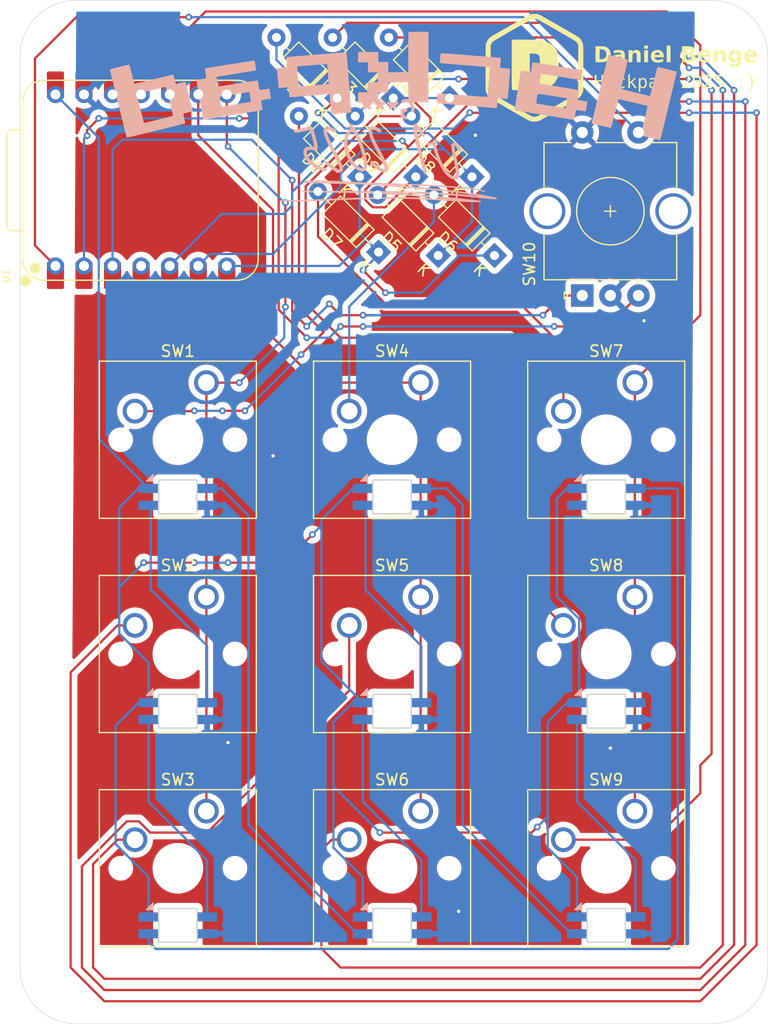
<source format=kicad_pcb>
(kicad_pcb (version 20240108) (generator "pcbnew") (generator_version "8.0")
  (title_block (title "Daniel's Hackpad") (date "2025-02-14") (rev "1.0"))
  (layers (0 "F.Cu" signal) (31 "B.Cu" signal) (34 "B.Paste" user) (35 "F.Paste" user) (36 "B.SilkS" user "B.Silkscreen") (37 "F.SilkS" user "F.Silkscreen") (38 "B.Mask" user) (39 "F.Mask" user) (44 "Edge.Cuts" user))
  (net 0 "")
  (net 1 "Net-(D10-DIN)")
  (net 2 "Ground")
  (net 3 "5V")
  (net 4 "Net-(D10-DOUT)")
  (net 5 "Net-(D11-DOUT)")
  (net 6 "Net-(D12-DOUT)")
  (net 7 "Net-(D13-DOUT)")
  (net 8 "Net-(D14-DOUT)")
  (net 9 "Net-(D15-DOUT)")
  (net 10 "Net-(D16-DOUT)")
  (net 13 "Net-(D1-A)")
  (net 14 "Row 0")
  (net 15 "Row 1")
  (net 16 "Net-(D2-A)")
  (net 17 "Row 2")
  (net 18 "Net-(D3-A)")
  (net 19 "Net-(D4-A)")
  (net 20 "Net-(D5-A)")
  (net 21 "Net-(D6-A)")
  (net 22 "Net-(D7-A)")
  (net 23 "Net-(D8-A)")
  (net 24 "Net-(D9-A)")
  (net 25 "Column 0")
  (net 26 "Column 1")
  (net 27 "Column 2")
  (net 28 "Pin 1")
  (net 29 "Pin 2")
  (net 30 "Pin 3")
  (net 31 "LED Data")
  (footprint "Diode_THT:D_DO-35_SOD27_P7.62mm_Horizontal" (layer "F.Cu") (at 88.388154 51.388154 135)
    (property "Reference" "D7")
    (property "Value" "D")
  )
  (footprint "HackpadLibrary:personal-logo" (layer "F.Cu") (at 102.25 35)
    (property "Reference" "G***" (hide yes))
    (property "Value" "LOGO" (hide yes))
  )
  (footprint "Button_Switch_Keyboard:SW_Cherry_MX_1.00u_PCB" (layer "F.Cu") (at 73.075 82.0425)
    (property "Reference" "SW2")
    (property "Value" "SW_Push" (hide yes))
  )
  (footprint "Button_Switch_Keyboard:SW_Cherry_MX_1.00u_PCB" (layer "F.Cu") (at 111.175 82.0425)
    (property "Reference" "SW8")
    (property "Value" "SW_Push" (hide yes))
  )
  (footprint "Button_Switch_Keyboard:SW_Cherry_MX_1.00u_PCB" (layer "F.Cu") (at 111.175 101.0925)
    (property "Reference" "SW9")
    (property "Value" "SW_Push" (hide yes))
  )
  (footprint "Button_Switch_Keyboard:SW_Cherry_MX_1.00u_PCB" (layer "F.Cu") (at 92.125 101.0925)
    (property "Reference" "SW6")
    (property "Value" "SW_Push" (hide yes))
  )
  (footprint "Button_Switch_Keyboard:SW_Cherry_MX_1.00u_PCB" (layer "F.Cu") (at 92.125 62.9925)
    (property "Reference" "SW4")
    (property "Value" "SW_Push" (hide yes))
  )
  (footprint "Diode_THT:D_DO-35_SOD27_P7.62mm_Horizontal" (layer "F.Cu") (at 91.694077 44.694077 135)
    (property "Reference" "D9")
    (property "Value" "D")
  )
  (footprint "Diode_THT:D_DO-35_SOD27_P7.62mm_Horizontal" (layer "F.Cu") (at 94.694077 37.694077 135)
    (property "Reference" "D4")
    (property "Value" "D")
  )
  (footprint "Diode_THT:D_DO-35_SOD27_P7.62mm_Horizontal" (layer "F.Cu") (at 86.694077 44.694077 135)
    (property "Reference" "D1")
    (property "Value" "D")
  )
  (footprint "Button_Switch_Keyboard:SW_Cherry_MX_1.00u_PCB" (layer "F.Cu") (at 111.175 62.9925)
    (property "Reference" "SW7")
    (property "Value" "SW_Push" (hide yes))
  )
  (footprint "Button_Switch_Keyboard:SW_Cherry_MX_1.00u_PCB" (layer "F.Cu") (at 92.125 82.0425)
    (property "Reference" "SW5")
    (property "Value" "SW_Push" (hide yes))
  )
  (footprint "Diode_THT:D_DO-35_SOD27_P7.62mm_Horizontal" (layer "F.Cu") (at 98.694077 51.694077 135)
    (property "Reference" "D6")
    (property "Value" "D")
  )
  (footprint "Rotary_Encoder:RotaryEncoder_Alps_EC11E-Switch_Vertical_H20mm_CircularMountingHoles" (layer "F.Cu") (at 106.5 55.25 90)
    (property "Reference" "SW10")
    (property "Value" "RotaryEncoder_Switch" (hide yes))
  )
  (footprint "Diode_THT:D_DO-35_SOD27_P7.62mm_Horizontal" (layer "F.Cu") (at 96.694077 44.694077 135)
    (property "Reference" "D8")
    (property "Value" "D")
  )
  (footprint "Button_Switch_Keyboard:SW_Cherry_MX_1.00u_PCB" (layer "F.Cu") (at 73.075 101.0925)
    (property "Reference" "SW3")
    (property "Value" "SW_Push" (hide yes))
  )
  (footprint "Seeed Studio XIAO Series Library:XIAO-RP2040-DIP" (layer "F.Cu") (at 67.2685 45 90)
    (property "Reference" "U1")
    (property "Value" "XIAO-RP2040-DIP")
  )
  (footprint "Diode_THT:D_DO-35_SOD27_P7.62mm_Horizontal" (layer "F.Cu") (at 89.694077 37.694077 135)
    (property "Reference" "D3")
    (property "Value" "D")
  )
  (footprint "Diode_THT:D_DO-35_SOD27_P7.62mm_Horizontal" (layer "F.Cu") (at 93.694077 51.694077 135)
    (property "Reference" "D5")
    (property "Value" "D")
  )
  (footprint "Diode_THT:D_DO-35_SOD27_P7.62mm_Horizontal" (layer "F.Cu") (at 84.694077 37.694077 135)
    (property "Reference" "D2")
    (property "Value" "D")
  )
  (footprint "Button_Switch_Keyboard:SW_Cherry_MX_1.00u_PCB" (layer "F.Cu") (at 73.075 62.9925)
    (property "Reference" "SW1")
    (property "Value" "SW_Push" (hide yes))
  )
  (footprint "HackpadLibrary:SK6812MINI-E" (layer "B.Cu") (at 70.535 111.2525 180)
    (property "Reference" "D10" (hide yes))
    (property "Value" "SK6812MINI" (hide yes))
    (fp_line (start 1.7 1.5) (end -1.7 1.5) (stroke (width 0.12)) (layer "Edge.Cuts"))
    (fp_line (start 1.7 -1.5) (end 1.7 1.5) (stroke (width 0.12)) (layer "Edge.Cuts"))
    (fp_line (start -1.7 1.5) (end -1.7 -1.5) (stroke (width 0.12)) (layer "Edge.Cuts"))
    (fp_line (start -1.7 -1.5) (end 1.7 -1.5) (stroke (width 0.12)) (layer "Edge.Cuts"))
  )
  (footprint "HackpadLibrary:SK6812MINI-E" (layer "B.Cu") (at 89.585 73.1525 180)
    (property "Reference" "D15" (hide yes))
    (property "Value" "SK6812MINI" (hide yes))
    (fp_line (start 1.7 1.5) (end -1.7 1.5) (stroke (width 0.12)) (layer "Edge.Cuts"))
    (fp_line (start 1.7 -1.5) (end 1.7 1.5) (stroke (width 0.12)) (layer "Edge.Cuts"))
    (fp_line (start -1.7 1.5) (end -1.7 -1.5) (stroke (width 0.12)) (layer "Edge.Cuts"))
    (fp_line (start -1.7 -1.5) (end 1.7 -1.5) (stroke (width 0.12)) (layer "Edge.Cuts"))
  )
  (footprint "HackpadLibrary:back-silk-art" (layer "B.Cu") (at 89.25 38.75 180)
    (property "Reference" "G***")
    (property "Value" "LOGO" (hide yes))
  )
  (footprint "HackpadLibrary:SK6812MINI-E" (layer "B.Cu") (at 70.535 92.2025 180)
    (property "Reference" "D11" (hide yes))
    (property "Value" "SK6812MINI" (hide yes))
    (fp_line (start 1.7 1.5) (end -1.7 1.5) (stroke (width 0.12)) (layer "Edge.Cuts"))
    (fp_line (start 1.7 -1.5) (end 1.7 1.5) (stroke (width 0.12)) (layer "Edge.Cuts"))
    (fp_line (start -1.7 1.5) (end -1.7 -1.5) (stroke (width 0.12)) (layer "Edge.Cuts"))
    (fp_line (start -1.7 -1.5) (end 1.7 -1.5) (stroke (width 0.12)) (layer "Edge.Cuts"))
  )
  (footprint "HackpadLibrary:SK6812MINI-E" (layer "B.Cu") (at 108.635 73.1525 180)
    (property "Reference" "D19" (hide yes))
    (property "Value" "SK6812MINI" (hide yes))
    (fp_line (start 1.7 1.5) (end -1.7 1.5) (stroke (width 0.12)) (layer "Edge.Cuts"))
    (fp_line (start 1.7 -1.5) (end 1.7 1.5) (stroke (width 0.12)) (layer "Edge.Cuts"))
    (fp_line (start -1.7 1.5) (end -1.7 -1.5) (stroke (width 0.12)) (layer "Edge.Cuts"))
    (fp_line (start -1.7 -1.5) (end 1.7 -1.5) (stroke (width 0.12)) (layer "Edge.Cuts"))
  )
  (footprint "HackpadLibrary:SK6812MINI-E" (layer "B.Cu") (at 70.535 73.1525 180)
    (property "Reference" "D12" (hide yes))
    (property "Value" "SK6812MINI" (hide yes))
    (fp_line (start 1.7 1.5) (end -1.7 1.5) (stroke (width 0.12)) (layer "Edge.Cuts"))
    (fp_line (start 1.7 -1.5) (end 1.7 1.5) (stroke (width 0.12)) (layer "Edge.Cuts"))
    (fp_line (start -1.7 1.5) (end -1.7 -1.5) (stroke (width 0.12)) (layer "Edge.Cuts"))
    (fp_line (start -1.7 -1.5) (end 1.7 -1.5) (stroke (width 0.12)) (layer "Edge.Cuts"))
  )
  (footprint "HackpadLibrary:SK6812MINI-E" (layer "B.Cu") (at 108.635 92.2025 180)
    (property "Reference" "D17" (hide yes))
    (property "Value" "SK6812MINI" (hide yes))
    (fp_line (start 1.7 1.5) (end -1.7 1.5) (stroke (width 0.12)) (layer "Edge.Cuts"))
    (fp_line (start 1.7 -1.5) (end 1.7 1.5) (stroke (width 0.12)) (layer "Edge.Cuts"))
    (fp_line (start -1.7 1.5) (end -1.7 -1.5) (stroke (width 0.12)) (layer "Edge.Cuts"))
    (fp_line (start -1.7 -1.5) (end 1.7 -1.5) (stroke (width 0.12)) (layer "Edge.Cuts"))
  )
  (footprint "HackpadLibrary:SK6812MINI-E" (layer "B.Cu") (at 89.585 92.2025 180)
    (property "Reference" "D14" (hide yes))
    (property "Value" "SK6812MINI" (hide yes))
    (fp_line (start 1.7 1.5) (end -1.7 1.5) (stroke (width 0.12)) (layer "Edge.Cuts"))
    (fp_line (start 1.7 -1.5) (end 1.7 1.5) (stroke (width 0.12)) (layer "Edge.Cuts"))
    (fp_line (start -1.7 1.5) (end -1.7 -1.5) (stroke (width 0.12)) (layer "Edge.Cuts"))
    (fp_line (start -1.7 -1.5) (end 1.7 -1.5) (stroke (width 0.12)) (layer "Edge.Cuts"))
  )
  (footprint "HackpadLibrary:SK6812MINI-E" (layer "B.Cu") (at 89.585 111.2525 180)
    (property "Reference" "D13" (hide yes))
    (property "Value" "SK6812MINI" (hide yes))
    (fp_line (start 1.7 1.5) (end -1.7 1.5) (stroke (width 0.12)) (layer "Edge.Cuts"))
    (fp_line (start 1.7 -1.5) (end 1.7 1.5) (stroke (width 0.12)) (layer "Edge.Cuts"))
    (fp_line (start -1.7 1.5) (end -1.7 -1.5) (stroke (width 0.12)) (layer "Edge.Cuts"))
    (fp_line (start -1.7 -1.5) (end 1.7 -1.5) (stroke (width 0.12)) (layer "Edge.Cuts"))
  )
  (footprint "HackpadLibrary:SK6812MINI-E" (layer "B.Cu") (at 108.635 111.2525 180)
    (property "Reference" "D16" (hide yes))
    (property "Value" "SK6812MINI" (hide yes))
    (fp_line (start 1.7 1.5) (end -1.7 1.5) (stroke (width 0.12)) (layer "Edge.Cuts"))
    (fp_line (start 1.7 -1.5) (end 1.7 1.5) (stroke (width 0.12)) (layer "Edge.Cuts"))
    (fp_line (start -1.7 1.5) (end -1.7 -1.5) (stroke (width 0.12)) (layer "Edge.Cuts"))
    (fp_line (start -1.7 -1.5) (end 1.7 -1.5) (stroke (width 0.12)) (layer "Edge.Cuts"))
  )
  (gr_arc (start 123 115) (mid 121.535534 118.535534) (end 118 120) (stroke (width 0.05)) (layer "Edge.Cuts"))
  (gr_line (start 123 34) (end 123 115) (stroke (width 0.05)) (layer "Edge.Cuts"))
  (gr_line (start 61.5 29) (end 118 29) (stroke (width 0.05)) (layer "Edge.Cuts"))
  (gr_line (start 61.5 120) (end 118 120) (stroke (width 0.05)) (layer "Edge.Cuts"))
  (gr_arc (start 56.5 34) (mid 57.964466 30.464466) (end 61.5 29) (stroke (width 0.05)) (layer "Edge.Cuts"))
  (gr_arc (start 61.5 120) (mid 57.964466 118.535534) (end 56.5 115) (stroke (width 0.05)) (layer "Edge.Cuts"))
  (gr_line (start 56.5 115) (end 56.5 34) (stroke (width 0.05)) (layer "Edge.Cuts"))
  (gr_arc (start 118 29) (mid 121.535534 30.464466) (end 123 34) (stroke (width 0.05)) (layer "Edge.Cuts"))
  (gr_text "Daniel Benge" (at 107.5 34.75 0) (layer "F.SilkS") (effects (font (size 1.4 1.4) (thickness 0.25)) (justify left bottom)))
  (gr_text "Hackpad 2025 :)" (at 107.5 37 0) (layer "F.SilkS") (effects (font (size 1.15 1.15)) (justify left bottom)))
  (segment (start 115 72.5) (end 114.9025 72.4025) (width 0.2) (layer "B.Cu") (net 1))
  (segment (start 114.1475 113.3525) (end 115 112.5) (width 0.2) (layer "B.Cu") (net 1))
  (segment (start 114.9025 72.4025) (end 111.235 72.4025) (width 0.2) (layer "B.Cu") (net 1))
  (segment (start 115 112.5) (end 115 72.5) (width 0.2) (layer "B.Cu") (net 1))
  (segment (start 68.586472 113.3525) (end 114.1475 113.3525) (width 0.2) (layer "B.Cu") (net 1))
  (segment (start 67.935 112.701028) (end 68.586472 113.3525) (width 0.2) (layer "B.Cu") (net 1))
  (segment (start 67.935 112.0025) (end 67.935 112.701028) (width 0.2) (layer "B.Cu") (net 1))
  (via (at 75 95) (size 0.6) (drill 0.3) (layers "F.Cu" "B.Cu") (net 2))
  (via (at 79 69.5) (size 0.6) (drill 0.3) (layers "F.Cu" "B.Cu") (net 2))
  (via (at 112 57.5) (size 0.6) (drill 0.3) (layers "F.Cu" "B.Cu") (net 2))
  (via (at 97 41) (size 0.6) (drill 0.3) (layers "F.Cu" "B.Cu") (net 2))
  (via (at 95.5 110) (size 0.6) (drill 0.3) (layers "F.Cu" "B.Cu") (net 2))
  (via (at 109 95.5) (size 0.6) (drill 0.3) (layers "F.Cu" "B.Cu") (net 2))
  (segment (start 75 79) (end 80 79) (width 0.2) (layer "F.Cu") (net 3))
  (segment (start 67.5 79) (end 72 79) (width 0.2) (layer "F.Cu") (net 3))
  (segment (start 80 79) (end 82.5 76.5) (width 0.2) (layer "F.Cu") (net 3))
  (segment (start 102 103) (end 102.5 102.5) (width 0.2) (layer "F.Cu") (net 3))
  (segment (start 88.5 103) (end 102 103) (width 0.2) (layer "F.Cu") (net 3))
  (via (at 88.5 103) (size 0.6) (drill 0.3) (layers "F.Cu" "B.Cu") (net 3))
  (via (at 72 79) (size 0.6) (drill 0.3) (layers "F.Cu" "B.Cu") (net 3))
  (via (at 67.5 79) (size 0.6) (drill 0.3) (layers "F.Cu" "B.Cu") (net 3))
  (via (at 102.5 102.5) (size 0.6) (drill 0.3) (layers "F.Cu" "B.Cu") (net 3))
  (via (at 82.5 76.5) (size 0.6) (drill 0.3) (layers "F.Cu" "B.Cu") (net 3))
  (via (at 75 79) (size 0.6) (drill 0.3) (layers "F.Cu" "B.Cu") (net 3))
  (segment (start 65 104.020444) (end 67.935 106.955444) (width 0.2) (layer "B.Cu") (net 3))
  (segment (start 72 79) (end 75 79) (width 0.2) (layer "B.Cu") (net 3))
  (segment (start 65.325 74.1125) (end 65.325 83) (width 0.2) (layer "B.Cu") (net 3))
  (segment (start 67.035 72.4025) (end 65.325 74.1125) (width 0.2) (layer "B.Cu") (net 3))
  (segment (start 106.035 91.4525) (end 105.135 91.4525) (width 0.2) (layer "B.Cu") (net 3))
  (segment (start 105.135 72.4025) (end 104.245101 73.292399) (width 0.2) (layer "B.Cu") (net 3))
  (segment (start 86.085 72.4025) (end 83.305 75.1825) (width 0.2) (layer "B.Cu") (net 3))
  (segment (start 102.5 102.5) (end 103.425 101.575) (width 0.2) (layer "B.Cu") (net 3))
  (segment (start 63.5 67.9675) (end 63.5 41.2315) (width 0.2) (layer "B.Cu") (net 3))
  (segment (start 103.425 101) (end 103.425 104.345444) (width 0.2) (layer "B.Cu") (net 3))
  (segment (start 106.225 91.2625) (end 106.035 91.4525) (width 0.2) (layer "B.Cu") (net 3))
  (segment (start 84.375 93.1625) (end 84.375 96.5) (width 0.2) (layer "B.Cu") (net 3))
  (segment (start 67.935 91.4525) (end 67.035 91.4525) (width 0.2) (layer "B.Cu") (net 3))
  (segment (start 83.305 87.7725) (end 86.985 91.4525) (width 0.2) (layer "B.Cu") (net 3))
  (segment (start 86.985 72.4025) (end 86.085 72.4025) (width 0.2) (layer "B.Cu") (net 3))
  (segment (start 65.325 83) (end 65.325 81.175) (width 0.2) (layer "B.Cu") (net 3))
  (segment (start 67.935 72.4025) (end 63.5 67.9675) (width 0.2) (layer "B.Cu") (net 3))
  (segment (start 103.425 93.1625) (end 103.425 101) (width 0.2) (layer "B.Cu") (net 3))
  (segment (start 67.035 91.4525) (end 65 93.4875) (width 0.2) (layer "B.Cu") (net 3))
  (segment (start 86.085 91.4525) (end 84.375 93.1625) (width 0.2) (layer "B.Cu") (net 3))
  (segment (start 84.375 98.875) (end 88.5 103) (width 0.2) (layer "B.Cu") (net 3))
  (segment (start 82.5 76.5) (end 83.305 75.695) (width 0.2) (layer "B.Cu") (net 3))
  (segment (start 103.425 104.345444) (end 106.035 106.955444) (width 0.2) (layer "B.Cu") (net 3))
  (segment (start 65.325 85.295444) (end 67.935 87.905444) (width 0.2) (layer "B.Cu") (net 3))
  (segment (start 66.735 72.7025) (end 67.035 72.4025) (width 0.2) (layer "B.Cu") (net 3))
  (segment (start 104.245101 73.292399) (end 104.245101 82.022702) (width 0.2) (layer "B.Cu") (net 3))
  (segment (start 84.375 104.345444) (end 86.985 106.955444) (width 0.2) (layer "B.Cu") (net 3))
  (segment (start 86.985 106.955444) (end 86.985 110.5025) (width 0.2) (layer "B.Cu") (net 3))
  (segment (start 67.935 87.905444) (end 67.935 91.4525) (width 0.2) (layer "B.Cu") (net 3))
  (segment (start 105.135 91.4525) (end 103.425 93.1625) (width 0.2) (layer "B.Cu") (net 3))
  (segment (start 67.935 106.955444) (end 67.935 110.5025) (width 0.2) (layer "B.Cu") (net 3))
  (segment (start 63.5 41.2315) (end 59.6485 37.38) (width 0.2) (layer "B.Cu") (net 3))
  (segment (start 67.935 72.4025) (end 67.035 72.4025) (width 0.2) (layer "B.Cu") (net 3))
  (segment (start 83.305 75.695) (end 83.305 75.1825) (width 0.2) (layer "B.Cu") (net 3))
  (segment (start 84.375 96.5) (end 84.375 104.345444) (width 0.2) (layer "B.Cu") (net 3))
  (segment (start 103.425 101.575) (end 103.425 101) (width 0.2) (layer "B.Cu") (net 3))
  (segment (start 65 93.4875) (end 65 104.020444) (width 0.2) (layer "B.Cu") (net 3))
  (segment (start 85.785 72.7025) (end 86.085 72.4025) (width 0.2) (layer "B.Cu") (net 3))
  (segment (start 106.225 84.002601) (end 106.225 91.2625) (width 0.2) (layer "B.Cu") (net 3))
  (segment (start 106.035 72.4025) (end 105.135 72.4025) (width 0.2) (layer "B.Cu") (net 3))
  (segment (start 86.985 91.4525) (end 86.085 91.4525) (width 0.2) (layer "B.Cu") (net 3))
  (segment (start 106.035 106.955444) (end 106.035 110.5025) (width 0.2) (layer "B.Cu") (net 3))
  (segment (start 104.245101 82.022702) (end 106.225 84.002601) (width 0.2) (layer "B.Cu") (net 3))
  (segment (start 83.305 75.1825) (end 83.305 87.7725) (width 0.2) (layer "B.Cu") (net 3))
  (segment (start 65.325 83) (end 65.325 85.295444) (width 0.2) (layer "B.Cu") (net 3))
  (segment (start 65.325 81.175) (end 67.5 79) (width 0.2) (layer "B.Cu") (net 3))
  (segment (start 84.375 96.5) (end 84.375 98.875) (width 0.2) (layer "B.Cu") (net 3))
  (segment (start 73.135 105.449098) (end 73.135 110.5025) (width 0.2) (layer "B.Cu") (net 4))
  (segment (start 67.935 92.9525) (end 67.935 100.249098) (width 0.2) (layer "B.Cu") (net 4))
  (segment (start 67.935 100.249098) (end 73.135 105.449098) (width 0.2) (layer "B.Cu") (net 4))
  (segment (start 67.935 73.9025) (end 68.125 74.0925) (width 0.2) (layer "B.Cu") (net 5))
  (segment (start 68.125 74.0925) (end 68.125 81.389098) (width 0.2) (layer "B.Cu") (net 5))
  (segment (start 68.125 81.389098) (end 73.135 86.399098) (width 0.2) (layer "B.Cu") (net 5))
  (segment (start 73.135 86.399098) (end 73.135 91.4525) (width 0.2) (layer "B.Cu") (net 5))
  (segment (start 76.815 102.3225) (end 76.815 74.815) (width 0.2) (layer "B.Cu") (net 6))
  (segment (start 74.4025 72.4025) (end 73.135 72.4025) (width 0.2) (layer "B.Cu") (net 6))
  (segment (start 86.495 112.0025) (end 76.815 102.3225) (width 0.2) (layer "B.Cu") (net 6))
  (segment (start 76.815 74.815) (end 74.4025 72.4025) (width 0.2) (layer "B.Cu") (net 6))
  (segment (start 86.985 112.0025) (end 86.495 112.0025) (width 0.2) (layer "B.Cu") (net 6))
  (segment (start 86.985 100.249098) (end 92.185 105.449098) (width 0.2) (layer "B.Cu") (net 7))
  (segment (start 86.985 92.9525) (end 86.985 100.249098) (width 0.2) (layer "B.Cu") (net 7))
  (segment (start 92.185 105.449098) (end 92.185 110.5025) (width 0.2) (layer "B.Cu") (net 7))
  (segment (start 86.985 73.9025) (end 87.235 74.1525) (width 0.2) (layer "B.Cu") (net 8))
  (segment (start 87.235 74.1525) (end 87.235 81.449098) (width 0.2) (layer "B.Cu") (net 8))
  (segment (start 87.235 81.449098) (end 92.185 86.399098) (width 0.2) (layer "B.Cu") (net 8))
  (segment (start 92.185 86.399098) (end 92.185 91.4525) (width 0.2) (layer "B.Cu") (net 8))
  (segment (start 94.4025 72.4025) (end 95.865 73.865) (width 0.2) (layer "B.Cu") (net 9))
  (segment (start 95.865 73.865) (end 95.865 102.3225) (width 0.2) (layer "B.Cu") (net 9))
  (segment (start 95.865 102.3225) (end 105.545 112.0025) (width 0.2) (layer "B.Cu") (net 9))
  (segment (start 106.035 112.0025) (end 106.0025 112.0025) (width 0.2) (layer "B.Cu") (net 9))
  (segment (start 106.0025 112.0025) (end 106 112) (width 0.2) (layer "B.Cu") (net 9))
  (segment (start 105.545 112.0025) (end 106.035 112.0025) (width 0.2) (layer "B.Cu") (net 9))
  (segment (start 92.185 72.4025) (end 94.4025 72.4025) (width 0.2) (layer "B.Cu") (net 9))
  (segment (start 106.035 92.9525) (end 106.035 100.249098) (width 0.2) (layer "B.Cu") (net 10))
  (segment (start 111.235 105.449098) (end 111.235 110.5025) (width 0.2) (layer "B.Cu") (net 10))
  (segment (start 106.035 100.249098) (end 111.235 105.449098) (width 0.2) (layer "B.Cu") (net 10))
  (segment (start 71.9675 65.5325) (end 72 65.5) (width 0.2) (layer "F.Cu") (net 13))
  (segment (start 66.725 65.5325) (end 71.9675 65.5325) (width 0.2) (layer "F.Cu") (net 13))
  (segment (start 76.5 65.5) (end 74.5 65.5) (width 0.2) (layer "F.Cu") (net 13))
  (segment (start 83.5 58.5) (end 81.305923 56.305923) (width 0.2) (layer "F.Cu") (net 13))
  (segment (start 81.305923 56.305923) (end 81.305923 39.305923) (width 0.2) (layer "F.Cu") (net 13))
  (segment (start 81.5 60.5) (end 83.5 58.5) (width 0.2) (layer "F.Cu") (net 13))
  (via (at 72 65.5) (size 0.6) (drill 0.3) (layers "F.Cu" "B.Cu") (net 13))
  (via (at 74.5 65.5) (size 0.6) (drill 0.3) (layers "F.Cu" "B.Cu") (net 13))
  (via (at 76.5 65.5) (size 0.6) (drill 0.3) (layers "F.Cu" "B.Cu") (net 13))
  (via (at 81.5 60.5) (size 0.6) (drill 0.3) (layers "F.Cu" "B.Cu") (net 13))
  (segment (start 72 65.5) (end 74 65.5) (width 0.2) (layer "B.Cu") (net 13))
  (segment (start 76.5 65.5) (end 81.5 60.5) (width 0.2) (layer "B.Cu") (net 13))
  (segment (start 81.348529 60.5) (end 81.5 60.5) (width 0.2) (layer "B.Cu") (net 13))
  (segment (start 74 65.5) (end 74.5 65.5) (width 0.2) (layer "B.Cu") (net 13))
  (segment (start 81.305923 60.542606) (end 81.348529 60.5) (width 0.2) (layer "B.Cu") (net 13))
  (segment (start 89 55) (end 87 53) (width 0.2) (layer "F.Cu") (net 14))
  (via (at 87 53) (size 0.6) (drill 0.3) (layers "F.Cu" "B.Cu") (net 14))
  (via (at 89 55) (size 0.6) (drill 0.3) (layers "F.Cu" "B.Cu") (net 14))
  (segment (start 86.694077 49.694077) (end 86.694077 44.694077) (width 0.2) (layer "B.Cu") (net 14))
  (segment (start 87 53) (end 88.388154 51.611846) (width 0.2) (layer "B.Cu") (net 14))
  (segment (start 98.694077 51.694077) (end 95.532556 51.694077) (width 0.2) (layer "B.Cu") (net 14))
  (segment (start 84.88 52.62) (end 87.25 50.25) (width 0.2) (layer "B.Cu") (net 14))
  (segment (start 87.25 50.25) (end 86.694077 49.694077) (width 0.2) (layer "B.Cu") (net 14))
  (segment (start 92.226633 55) (end 89 55) (width 0.2) (layer "B.Cu") (net 14))
  (segment (start 88.388154 51.388154) (end 87.25 50.25) (width 0.2) (layer "B.Cu") (net 14))
  (segment (start 95.532556 51.694077) (end 92.226633 55) (width 0.2) (layer "B.Cu") (net 14))
  (segment (start 74.8885 52.62) (end 84.88 52.62) (width 0.2) (layer "B.Cu") (net 14))
  (segment (start 88.388154 51.611846) (end 88.388154 51.388154) (width 0.2) (layer "B.Cu") (net 14))
  (segment (start 83 39) (end 83.388154 39) (width 0.2) (layer "F.Cu") (net 15))
  (segment (start 83.388154 39) (end 84.694077 37.694077) (width 0.2) (layer "F.Cu") (net 15))
  (via (at 83 39) (size 0.6) (drill 0.3) (layers "F.Cu" "B.Cu") (net 15))
  (segment (start 78.997635 51.558) (end 85 45.555635) (width 0.2) (layer "B.Cu") (net 15))
  (segment (start 93.694077 51.694077) (end 96.694077 48.694077) (width 0.2) (layer "B.Cu") (net 15))
  (segment (start 85 45.555635) (end 85 44.3) (width 0.2) (layer "B.Cu") (net 15))
  (segment (start 73.4105 51.558) (end 78.997635 51.558) (width 0.2) (layer "B.Cu") (net 15))
  (segment (start 72.3485 52.62) (end 73.4105 51.558) (width 0.2) (layer "B.Cu") (net 15))
  (segment (start 84.805923 40.805923) (end 83 39) (width 0.2) (layer "B.Cu") (net 15))
  (segment (start 85 44.3) (end 87.05 42.25) (width 0.2) (layer "B.Cu") (net 15))
  (segment (start 87.05 42.25) (end 94.25 42.25) (width 0.2) (layer "B.Cu") (net 15))
  (segment (start 92.805923 40.805923) (end 84.805923 40.805923) (width 0.2) (layer "B.Cu") (net 15))
  (segment (start 96.694077 44.694077) (end 94.25 42.25) (width 0.2) (layer "B.Cu") (net 15))
  (segment (start 94.25 42.25) (end 92.805923 40.805923) (width 0.2) (layer "B.Cu") (net 15))
  (segment (start 96.694077 48.694077) (end 96.694077 44.694077) (width 0.2) (layer "B.Cu") (net 15))
  (segment (start 61 88.751866) (end 61 115) (width 0.2) (layer "F.Cu") (net 16))
  (segment (start 64 118) (end 117 118) (width 0.2) (layer "F.Cu") (net 16))
  (segment (start 116 39) (end 96.5 39) (width 0.2) (layer "F.Cu") (net 16))
  (segment (start 117 118) (end 122 113) (width 0.2) (layer "F.Cu") (net 16))
  (segment (start 61 115) (end 64 118) (width 0.2) (layer "F.Cu") (net 16))
  (segment (start 65.169366 84.5825) (end 61 88.751866) (width 0.2) (layer "F.Cu") (net 16))
  (segment (start 122 113) (end 122 39) (width 0.2) (layer "F.Cu") (net 16))
  (segment (start 66.725 84.5825) (end 65.169366 84.5825) (width 0.2) (layer "F.Cu") (net 16))
  (via (at 116 39) (size 0.6) (drill 0.3) (layers "F.Cu" "B.Cu") (net 16))
  (via (at 96.5 39) (size 0.6) (drill 0.3) (layers "F.Cu" "B.Cu") (net 16))
  (via (at 122 39) (size 0.6) (drill 0.3) (layers "F.Cu" "B.Cu") (net 16))
  (segment (start 79.305923 34.305923) (end 79.305923 32.305923) (width 0.2) (layer "B.Cu") (net 16))
  (segment (start 122 39) (end 121.874552 39.125448) (width 0.2) (layer "B.Cu") (net 16))
  (segment (start 122 39) (end 116 39) (width 0.2) (layer "B.Cu") (net 16))
  (segment (start 96.5 39) (end 95.094077 40.405923) (width 0.2) (layer "B.Cu") (net 16))
  (segment (start 85.405923 40.405923) (end 79.305923 34.305923) (width 0.2) (layer "B.Cu") (net 16))
  (segment (start 95.094077 40.405923) (end 85.405923 40.405923) (width 0.2) (layer "B.Cu") (net 16))
  (segment (start 87.205923 45.850288) (end 87.205923 46.761558) (width 0.2) (layer "F.Cu") (net 17))
  (segment (start 89.694077 37.694077) (end 91.249712 37.694077) (width 0.2) (layer "F.Cu") (net 17))
  (segment (start 90.5 41.5) (end 91.028106 42.028106) (width 0.2) (layer "F.Cu") (net 17))
  (segment (start 93 39.444365) (end 93 40.056211) (width 0.2) (layer "F.Cu") (net 17))
  (segment (start 93 40.056211) (end 91.028106 42.028106) (width 0.2) (layer "F.Cu") (net 17))
  (segment (start 91.028106 42.028106) (end 87.205923 45.850288) (width 0.2) (layer "F.Cu") (net 17))
  (segment (start 88.982231 47.405923) (end 91.694077 44.694077) (width 0.2) (layer "F.Cu") (net 17))
  (segment (start 87.205923 46.761558) (end 87.850288 47.405923) (width 0.2) (layer "F.Cu") (net 17))
  (segment (start 87.850288 47.405923) (end 88.982231 47.405923) (width 0.2) (layer "F.Cu") (net 17))
  (segment (start 91.249712 37.694077) (end 93 39.444365) (width 0.2) (layer "F.Cu") (net 17))
  (via (at 90.5 41.5) (size 0.6) (drill 0.3) (layers "F.Cu" "B.Cu") (net 17))
  (segment (start 94.694077 37.694077) (end 89.694077 37.694077) (width 0.2) (layer "B.Cu") (net 17))
  (segment (start 85.248529 41.5) (end 90.5 41.5) (width 0.2) (layer "B.Cu") (net 17))
  (segment (start 80.7 46.048529) (end 85.248529 41.5) (width 0.2) (layer "B.Cu") (net 17))
  (segment (start 74.4285 48) (end 79.948529 48) (width 0.2) (layer "B.Cu") (net 17))
  (segment (start 80.7 47.248529) (end 80.7 46.048529) (width 0.2) (layer "B.Cu") (net 17))
  (segment (start 79.948529 48) (end 80.7 47.248529) (width 0.2) (layer "B.Cu") (net 17))
  (segment (start 69.8085 52.62) (end 74.4285 48) (width 0.2) (layer "B.Cu") (net 17))
  (segment (start 116 34) (end 113 31) (width 0.2) (layer "F.Cu") (net 18))
  (segment (start 63 115) (end 64 116) (width 0.2) (layer "F.Cu") (net 18))
  (segment (start 117 116) (end 120 113) (width 0.2) (layer "F.Cu") (net 18))
  (segment (start 120 113) (end 120 37) (width 0.2) (layer "F.Cu") (net 18))
  (segment (start 67 116) (end 117 116) (width 0.2) (layer "F.Cu") (net 18))
  (segment (start 66.725 103.6325) (end 65.169366 103.6325) (width 0.2) (layer "F.Cu") (net 18))
  (segment (start 85.611846 31) (end 84.305923 32.305923) (width 0.2) (layer "F.Cu") (net 18))
  (segment (start 63 105.801866) (end 63 108) (width 0.2) (layer "F.Cu") (net 18))
  (segment (start 65.169366 103.6325) (end 63 105.801866) (width 0.2) (layer "F.Cu") (net 18))
  (segment (start 63 108) (end 63 115) (width 0.2) (layer "F.Cu") (net 18))
  (segment (start 113 31) (end 85.611846 31) (width 0.2) (layer "F.Cu") (net 18))
  (segment (start 64 116) (end 67 116) (width 0.2) (layer "F.Cu") (net 18))
  (via (at 116 34) (size 0.6) (drill 0.3) (layers "F.Cu" "B.Cu") (net 18))
  (via (at 120 37) (size 0.6) (drill 0.3) (layers "F.Cu" "B.Cu") (net 18))
  (segment (start 117 34) (end 116 34) (width 0.2) (layer "B.Cu") (net 18))
  (segment (start 120 37) (end 117 34) (width 0.2) (layer "B.Cu") (net 18))
  (segment (start 119 113) (end 119 37) (width 0.2) (layer "F.Cu") (net 19))
  (segment (start 116 35) (end 113.305923 32.305923) (width 0.2) (layer "F.Cu") (net 19))
  (segment (start 83.305 104.546866) (end 83.305 113.305) (width 0.2) (layer "F.Cu") (net 19))
  (segment (start 117 115) (end 119 113) (width 0.2) (layer "F.Cu") (net 19))
  (segment (start 85.775 103.6325) (end 84.219366 103.6325) (width 0.2) (layer "F.Cu") (net 19))
  (segment (start 84.219366 103.6325) (end 83.305 104.546866) (width 0.2) (layer "F.Cu") (net 19))
  (segment (start 85 115) (end 117 115) (width 0.2) (layer "F.Cu") (net 19))
  (segment (start 83.305 113.305) (end 85 115) (width 0.2) (layer "F.Cu") (net 19))
  (segment (start 113.305923 32.305923) (end 89.305923 32.305923) (width 0.2) (layer "F.Cu") (net 19))
  (via (at 116 35) (size 0.6) (drill 0.3) (layers "F.Cu" "B.Cu") (net 19))
  (via (at 119 37) (size 0.6) (drill 0.3) (layers "F.Cu" "B.Cu") (net 19))
  (segment (start 117 35) (end 116 35) (width 0.2) (layer "B.Cu") (net 19))
  (segment (start 119 37) (end 117 35) (width 0.2) (layer "B.Cu") (net 19))
  (segment (start 117 117) (end 121 113) (width 0.2) (layer "F.Cu") (net 20))
  (segment (start 85.775 90.372399) (end 73.147399 103) (width 0.2) (layer "F.Cu") (net 20))
  (segment (start 62 106) (end 62 115) (width 0.2) (layer "F.Cu") (net 20))
  (segment (start 116 38) (end 96.611846 38) (width 0.2) (layer "F.Cu") (net 20))
  (segment (start 68.072399 103) (end 67.072399 102) (width 0.2) (layer "F.Cu") (net 20))
  (segment (start 66 102) (end 62 106) (width 0.2) (layer "F.Cu") (net 20))
  (segment (start 73.147399 103) (end 68.072399 103) (width 0.2) (layer "F.Cu") (net 20))
  (segment (start 85.775 84.5825) (end 85.775 90.372399) (width 0.2) (layer "F.Cu") (net 20))
  (segment (start 121 113) (end 121 38) (width 0.2) (layer "F.Cu") (net 20))
  (segment (start 64 117) (end 117 117) (width 0.2) (layer "F.Cu") (net 20))
  (segment (start 67.072399 102) (end 66 102) (width 0.2) (layer "F.Cu") (net 20))
  (segment (start 96.611846 38) (end 88.305923 46.305923) (width 0.2) (layer "F.Cu") (net 20))
  (segment (start 62 115) (end 64 117) (width 0.2) (layer "F.Cu") (net 20))
  (via (at 121 38) (size 0.6) (drill 0.3) (layers "F.Cu" "B.Cu") (net 20))
  (via (at 116 38) (size 0.6) (drill 0.3) (layers "F.Cu" "B.Cu") (net 20))
  (segment (start 121 38) (end 116 38) (width 0.2) (layer "B.Cu") (net 20))
  (segment (start 93.305923 48.694077) (end 93.305923 46.305923) (width 0.2) (layer "B.Cu") (net 21))
  (segment (start 85.775 65.5325) (end 85.775 56.225) (width 0.2) (layer "B.Cu") (net 21))
  (segment (start 85.775 56.225) (end 93.305923 48.694077) (width 0.2) (layer "B.Cu") (net 21))
  (segment (start 101 56) (end 89 56) (width 0.2) (layer "F.Cu") (net 22))
  (segment (start 83 50) (end 83 46) (width 0.2) (layer "F.Cu") (net 22))
  (segment (start 104.825 65.5325) (end 104.825 59.825) (width 0.2) (layer "F.Cu") (net 22))
  (segment (start 104.825 59.825) (end 101 56) (width 0.2) (layer "F.Cu") (net 22))
  (segment (start 89 56) (end 83 50) (width 0.2) (layer "F.Cu") (net 22))
  (segment (start 88.138442 39.305923) (end 91.305923 39.305923) (width 0.2) (layer "F.Cu") (net 23))
  (segment (start 81.9 45.544365) (end 88.138442 39.305923) (width 0.2) (layer "F.Cu") (net 23))
  (segment (start 100 59) (end 85 59) (width 0.2) (layer "F.Cu") (net 23))
  (segment (start 100 79.7575) (end 100 59) (width 0.2) (layer "F.Cu") (net 23))
  (segment (start 104.825 84.5825) (end 100 79.7575) (width 0.2) (layer "F.Cu") (net 23))
  (segment (start 81.9 55.9) (end 81.9 45.544365) (width 0.2) (layer "F.Cu") (net 23))
  (segment (start 85 59) (end 81.9 55.9) (width 0.2) (layer "F.Cu") (net 23))
  (segment (start 117 97) (end 118 96) (width 0.2) (layer "F.Cu") (net 24))
  (segment (start 112.872056 103.6325) (end 117 99.504556) (width 0.2) (layer "F.Cu") (net 24))
  (segment (start 117 99.504556) (end 117 97) (width 0.2) (layer "F.Cu") (net 24))
  (segment (start 116 36) (end 95.5 36) (width 0.2) (layer "F.Cu") (net 24))
  (segment (start 104.825 103.6325) (end 112.872056 103.6325) (width 0.2) (layer "F.Cu") (net 24))
  (segment (start 118 96) (end 118 37) (width 0.2) (layer "F.Cu") (net 24))
  (via (at 95.5 36) (size 0.6) (drill 0.3) (layers "F.Cu" "B.Cu") (net 24))
  (via (at 118 37) (size 0.6) (drill 0.3) (layers "F.Cu" "B.Cu") (net 24))
  (via (at 116 36) (size 0.6) (drill 0.3) (layers "F.Cu" "B.Cu") (net 24))
  (segment (start 117 36) (end 116 36) (width 0.2) (layer "B.Cu") (net 24))
  (segment (start 89.611846 36) (end 86.305923 39.305923) (width 0.2) (layer "B.Cu") (net 24))
  (segment (start 95.5 36) (end 89.611846 36) (width 0.2) (layer "B.Cu") (net 24))
  (segment (start 118 37) (end 117.262706 36.262706) (width 0.2) (layer "B.Cu") (net 24))
  (segment (start 117.262706 36.262706) (end 117 36) (width 0.2) (layer "B.Cu") (net 24))
  (segment (start 74.8885 41.8885) (end 74.8885 37.38) (width 0.2) (layer "F.Cu") (net 25))
  (segment (start 75 42) (end 74.8885 41.8885) (width 0.2) (layer "F.Cu") (net 25))
  (segment (start 73.075 82.0425) (end 73.075 101.0925) (width 0.2) (layer "F.Cu") (net 25))
  (segment (start 76 63) (end 73 63) (width 0.2) (layer "F.Cu") (net 25))
  (segment (start 80.1 47) (end 80.1 56.251472) (width 0.2) (layer "F.Cu") (net 25))
  (segment (start 73 63) (end 73.0075 62.9925) (width 0.2) (layer "F.Cu") (net 25))
  (segment (start 73.075 82.0425) (end 73.075 62.9925) (width 0.2) (layer "F.Cu") (net 25))
  (segment (start 80.1 56.251472) (end 80.105923 56.257395) (width 0.2) (layer "F.Cu") (net 25))
  (segment (start 73.0075 62.9925) (end 73.075 62.9925) (width 0.2) (layer "F.Cu") (net 25))
  (via (at 80.1 47) (size 0.6) (drill 0.3) (layers "F.Cu" "B.Cu") (net 25))
  (via (at 80.105923 56.257395) (size 0.6) (drill 0.3) (layers "F.Cu" "B.Cu") (net 25))
  (via (at 76 63) (size 0.6) (drill 0.3) (layers "F.Cu" "B.Cu") (net 25))
  (via (at 75 42) (size 0.6) (drill 0.3) (layers "F.Cu" "B.Cu") (net 25))
  (segment (start 80 56.363318) (end 80.105923 56.257395) (width 0.2) (layer "B.Cu") (net 25))
  (segment (start 80 47) (end 80.1 47) (width 0.2) (layer "B.Cu") (net 25))
  (segment (start 80 59) (end 80 56.363318) (width 0.2) (layer "B.Cu") (net 25))
  (segment (start 76 63) (end 80 59) (width 0.2) (layer "B.Cu") (net 25))
  (segment (start 80 47) (end 75 42) (width 0.2) (layer "B.Cu") (net 25))
  (segment (start 92.125 62.9925) (end 82.9925 62.9925) (width 0.2) (layer "F.Cu") (net 26))
  (segment (start 79 47.6515) (end 72.3485 41) (width 0.2) (layer "F.Cu") (net 26))
  (segment (start 72.3485 41) (end 72.3485 37.38) (width 0.2) (layer "F.Cu") (net 26))
  (segment (start 92.125 82.0425) (end 92.125 101.0925) (width 0.2) (layer "F.Cu") (net 26))
  (segment (start 82.9925 62.9925) (end 79 59) (width 0.2) (layer "F.Cu") (net 26))
  (segment (start 79 59) (end 79 47.6515) (width 0.2) (layer "F.Cu") (net 26))
  (segment (start 92.125 62.9925) (end 92.125 82.0425) (width 0.2) (layer "F.Cu") (net 26))
  (segment (start 69.8085 33.1915) (end 69.8085 36.545) (width 0.2) (layer "F.Cu") (net 27))
  (segment (start 111.175 82.0425) (end 111.175 101.0925) (width 0.2) (layer "F.Cu") (net 27))
  (segment (start 73 30) (end 69.8085 33.1915) (width 0.2) (layer "F.Cu") (net 27))
  (segment (start 117 33) (end 114 30) (width 0.2) (layer "F.Cu") (net 27))
  (segment (start 111 63) (end 111.175 63.175) (width 0.2) (layer "F.Cu") (net 27))
  (segment (start 117 57) (end 117 33) (width 0.2) (layer "F.Cu") (net 27))
  (segment (start 111 63) (end 117 57) (width 0.2) (layer "F.Cu") (net 27))
  (segment (start 111.175 62.9925) (end 111.0075 62.9925) (width 0.2) (layer "F.Cu") (net 27))
  (segment (start 111.0075 62.9925) (end 111 63) (width 0.2) (layer "F.Cu") (net 27))
  (segment (start 111.175 63.175) (end 111.175 82.0425) (width 0.2) (layer "F.Cu") (net 27))
  (segment (start 114 30) (end 73 30) (width 0.2) (layer "F.Cu") (net 27))
  (segment (start 61.5 30.5) (end 71.5 30.5) (width 0.2) (layer "F.Cu") (net 28))
  (segment (start 58 34) (end 61.5 30.5) (width 0.2) (layer "F.Cu") (net 28))
  (segment (start 59.6485 52.62) (end 57.827978 50.799478) (width 0.2) (layer "F.Cu") (net 28))
  (segment (start 57.827978 50.799478) (end 57.827978 34.172022) (width 0.2) (layer "F.Cu") (net 28))
  (segment (start 57.827978 34.172022) (end 58 34) (width 0.2) (layer "F.Cu") (net 28))
  (via (at 71.5 30.5) (size 0.6) (drill 0.3) (layers "F.Cu" "B.Cu") (net 28))
  (segment (start 101.25 30.5) (end 111.5 40.75) (width 0.2) (layer "B.Cu") (net 28))
  (segment (start 71.5 30.5) (end 101.25 30.5) (width 0.2) (layer "B.Cu") (net 28))
  (segment (start 62.459985 41.040015) (end 62.459985 40.540015) (width 0.2) (layer "F.Cu") (net 29))
  (segment (start 77.5 39.5) (end 76 39.5) (width 0.2) (layer "F.Cu") (net 29))
  (segment (start 111.5 55.25) (end 108.75 58) (width 0.2) (layer "F.Cu") (net 29))
  (segment (start 62.459985 40.540015) (end 63.5 39.5) (width 0.2) (layer "F.Cu") (net 29))
  (segment (start 87 58) (end 85 58) (width 0.2) (layer "F.Cu") (net 29))
  (segment (start 79.5 41.5) (end 77.5 39.5) (width 0.2) (layer "F.Cu") (net 29))
  (segment (start 79.5 56.5) (end 79.5 41.5) (width 0.2) (layer "F.Cu") (net 29))
  (segment (start 108.75 58) (end 104 58) (width 0.2) (layer "F.Cu") (net 29))
  (segment (start 82 59) (end 79.5 56.5) (width 0.2) (layer "F.Cu") (net 29))
  (via (at 63.5 39.5) (size 0.6) (drill 0.3) (layers "F.Cu" "B.Cu") (net 29))
  (via (at 85 58) (size 0.6) (drill 0.3) (layers "F.Cu" "B.Cu") (net 29))
  (via (at 76 39.5) (size 0.6) (drill 0.3) (layers "F.Cu" "B.Cu") (net 29))
  (via (at 82 59) (size 0.6) (drill 0.3) (layers "F.Cu" "B.Cu") (net 29))
  (via (at 87 58) (size 0.6) (drill 0.3) (layers "F.Cu" "B.Cu") (net 29))
  (via (at 62.459985 41.040015) (size 0.6) (drill 0.3) (layers "F.Cu" "B.Cu") (net 29))
  (via (at 104 58) (size 0.6) (drill 0.3) (layers "F.Cu" "B.Cu") (net 29))
  (segment (start 62.1885 52.62) (end 62.1885 41.3115) (width 0.2) (layer "B.Cu") (net 29))
  (segment (start 62.1885 41.3115) (end 62.459985 41.040015) (width 0.2) (layer "B.Cu") (net 29))
  (segment (start 84 59) (end 82 59) (width 0.2) (layer "B.Cu") (net 29))
  (segment (start 85 58) (end 84 59) (width 0.2) (layer "B.Cu") (net 29))
  (segment (start 76 39.5) (end 63.5 39.5) (width 0.2) (layer "B.Cu") (net 29))
  (segment (start 104 58) (end 87 58) (width 0.2) (layer "B.Cu") (net 29))
  (segment (start 87 57) (end 88 57) (width 0.2) (layer "F.Cu") (net 30))
  (segment (start 88 57) (end 85 57) (width 0.2) (layer "F.Cu") (net 30))
  (segment (start 106.5 55.25) (end 104.75 55.25) (width 0.2) (layer "F.Cu") (net 30))
  (segment (start 104.75 55.25) (end 103 57) (width 0.2) (layer "F.Cu") (net 30))
  (segment (start 80.705923 56.705923) (end 80.705923 45) (width 0.2) (layer "F.Cu") (net 30))
  (segment (start 82 58) (end 80.705923 56.705923) (width 0.2) (layer "F.Cu") (net 30))
  (segment (start 85 57) (end 84 56) (width 0.2) (layer "F.Cu") (net 30))
  (via (at 80.705923 45) (size 0.6) (drill 0.3) (layers "F.Cu" "B.Cu") (net 30))
  (via (at 84 56) (size 0.6) (drill 0.3) (layers "F.Cu" "B.Cu") (net 30))
  (via (at 103 57) (size 0.6) (drill 0.3) (layers "F.Cu" "B.Cu") (net 30))
  (via (at 87 57) (size 0.6) (drill 0.3) (layers "F.Cu" "B.Cu") (net 30))
  (via (at 82 58) (size 0.6) (drill 0.3) (layers "F.Cu" "B.Cu") (net 30))
  (segment (start 84 56) (end 82 58) (width 0.2) (layer "B.Cu") (net 30))
  (segment (start 65.6 41.4) (end 64.7285 42.2715) (width 0.2) (layer "B.Cu") (net 30))
  (segment (start 77.105923 41.4) (end 65.6 41.4) (width 0.2) (layer "B.Cu") (net 30))
  (segment (start 103 57) (end 87 57) (width 0.2) (layer "B.Cu") (net 30))
  (segment (start 64.7285 42.2715) (end 64.7285 52.62) (width 0.2) (layer "B.Cu") (net 30))
  (segment (start 80.705923 45) (end 77.105923 41.4) (width 0.2) (layer "B.Cu") (net 30))
  (zone (net 2) (net_name "Ground") (layers "F&B.Cu") (connect_pads (clearance 0.5)) (min_thickness 0.25) (fill yes (thermal_gap 0.5) (thermal_bridge_width 0.5))
    (polygon (pts (xy 61.5 30) (xy 61 113) (xy 116 113) (xy 116.5 30)))
  )
)
</source>
